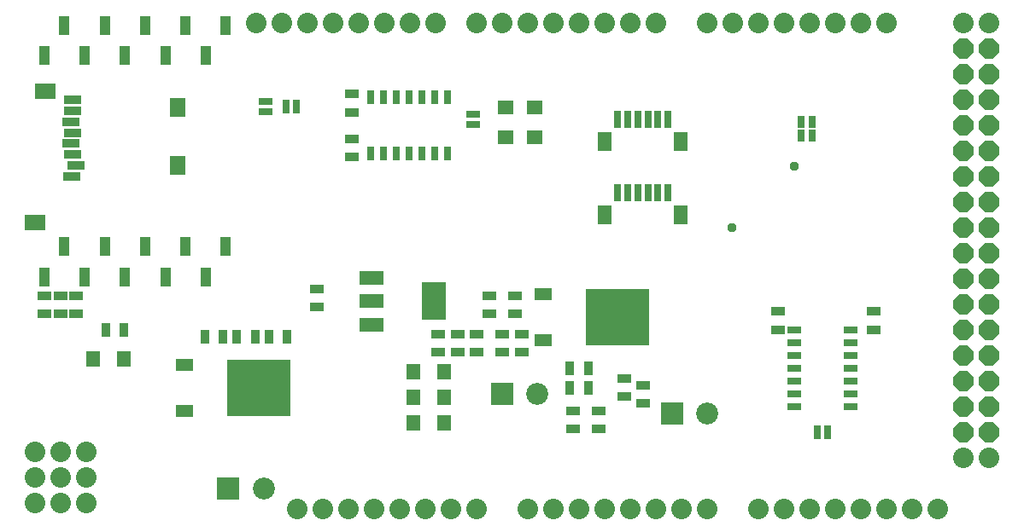
<source format=gts>
G75*
%MOIN*%
%OFA0B0*%
%FSLAX25Y25*%
%IPPOS*%
%LPD*%
%AMOC8*
5,1,8,0,0,1.08239X$1,22.5*
%
%ADD10R,0.03946X0.07293*%
%ADD11C,0.08000*%
%ADD12OC8,0.08000*%
%ADD13R,0.25009X0.21860*%
%ADD14R,0.06899X0.04537*%
%ADD15R,0.09400X0.05400*%
%ADD16R,0.09261X0.14773*%
%ADD17R,0.05324X0.03750*%
%ADD18R,0.03750X0.05324*%
%ADD19R,0.05324X0.06112*%
%ADD20R,0.03100X0.05600*%
%ADD21R,0.05600X0.03100*%
%ADD22R,0.06112X0.05324*%
%ADD23C,0.03750*%
%ADD24R,0.08600X0.08600*%
%ADD25C,0.08600*%
%ADD26R,0.03100X0.05100*%
%ADD27R,0.02962X0.06702*%
%ADD28R,0.05324X0.07687*%
%ADD29R,0.05324X0.02962*%
%ADD30R,0.02962X0.05324*%
%ADD31R,0.06112X0.07687*%
%ADD32R,0.08080X0.06112*%
%ADD33R,0.06506X0.03750*%
D10*
X0031321Y0105787D03*
X0047069Y0105787D03*
X0062817Y0105787D03*
X0078565Y0105787D03*
X0094313Y0105787D03*
X0086439Y0117598D03*
X0070691Y0117598D03*
X0054943Y0117598D03*
X0039195Y0117598D03*
X0102187Y0117598D03*
X0094313Y0192402D03*
X0078565Y0192402D03*
X0062817Y0192402D03*
X0047069Y0192402D03*
X0031321Y0192402D03*
X0039195Y0204213D03*
X0054943Y0204213D03*
X0070691Y0204213D03*
X0086439Y0204213D03*
X0102187Y0204213D03*
D11*
X0027561Y0017500D03*
X0037561Y0017500D03*
X0047561Y0017500D03*
X0047561Y0027500D03*
X0037561Y0027500D03*
X0027561Y0027500D03*
X0027561Y0037500D03*
X0037561Y0037500D03*
X0047561Y0037500D03*
X0130061Y0015000D03*
X0140061Y0015000D03*
X0150061Y0015000D03*
X0160061Y0015000D03*
X0170061Y0015000D03*
X0180061Y0015000D03*
X0190061Y0015000D03*
X0200061Y0015000D03*
X0220061Y0015000D03*
X0230061Y0015000D03*
X0240061Y0015000D03*
X0250061Y0015000D03*
X0260061Y0015000D03*
X0270061Y0015000D03*
X0280061Y0015000D03*
X0290061Y0015000D03*
X0310061Y0015000D03*
X0320061Y0015000D03*
X0330061Y0015000D03*
X0340061Y0015000D03*
X0350061Y0015000D03*
X0360061Y0015000D03*
X0370061Y0015000D03*
X0380061Y0015000D03*
X0390061Y0035000D03*
X0400061Y0035000D03*
X0400061Y0205000D03*
X0390061Y0205000D03*
X0360061Y0205000D03*
X0350061Y0205000D03*
X0340061Y0205000D03*
X0330061Y0205000D03*
X0320061Y0205000D03*
X0310061Y0205000D03*
X0300061Y0205000D03*
X0290061Y0205000D03*
X0270061Y0205000D03*
X0260061Y0205000D03*
X0250061Y0205000D03*
X0240061Y0205000D03*
X0230061Y0205000D03*
X0220061Y0205000D03*
X0210061Y0205000D03*
X0200061Y0205000D03*
X0184061Y0205000D03*
X0174061Y0205000D03*
X0164061Y0205000D03*
X0154061Y0205000D03*
X0144061Y0205000D03*
X0134061Y0205000D03*
X0124061Y0205000D03*
X0114061Y0205000D03*
D12*
X0390061Y0195000D03*
X0400061Y0195000D03*
X0400061Y0185000D03*
X0390061Y0185000D03*
X0390061Y0175000D03*
X0400061Y0175000D03*
X0400061Y0165000D03*
X0390061Y0165000D03*
X0390061Y0155000D03*
X0400061Y0155000D03*
X0400061Y0145000D03*
X0390061Y0145000D03*
X0390061Y0135000D03*
X0400061Y0135000D03*
X0400061Y0125000D03*
X0390061Y0125000D03*
X0390061Y0115000D03*
X0400061Y0115000D03*
X0400061Y0105000D03*
X0390061Y0105000D03*
X0390061Y0095000D03*
X0400061Y0095000D03*
X0400061Y0085000D03*
X0390061Y0085000D03*
X0390061Y0075000D03*
X0400061Y0075000D03*
X0400061Y0065000D03*
X0390061Y0065000D03*
X0390061Y0055000D03*
X0400061Y0055000D03*
X0400061Y0045000D03*
X0390061Y0045000D03*
D13*
X0254904Y0090000D03*
X0114904Y0062500D03*
D14*
X0086164Y0053524D03*
X0086164Y0071476D03*
X0226164Y0081024D03*
X0226164Y0098976D03*
D15*
X0159111Y0096250D03*
X0159111Y0087150D03*
X0159111Y0105350D03*
D16*
X0183512Y0096250D03*
D17*
X0205061Y0098543D03*
X0205061Y0091457D03*
X0215061Y0091457D03*
X0215061Y0098543D03*
X0217561Y0083543D03*
X0210061Y0083543D03*
X0200061Y0083543D03*
X0192561Y0083543D03*
X0185061Y0083543D03*
X0185061Y0076457D03*
X0192561Y0076457D03*
X0200061Y0076457D03*
X0210061Y0076457D03*
X0217561Y0076457D03*
X0257561Y0066043D03*
X0265061Y0063543D03*
X0257561Y0058957D03*
X0265061Y0056457D03*
X0247561Y0053543D03*
X0237561Y0053543D03*
X0237561Y0046457D03*
X0247561Y0046457D03*
X0317561Y0085207D03*
X0317561Y0092293D03*
X0355061Y0092293D03*
X0355061Y0085207D03*
X0151311Y0152707D03*
X0151311Y0159793D03*
X0151311Y0170207D03*
X0151311Y0177293D03*
X0137561Y0101043D03*
X0137561Y0093957D03*
X0043811Y0091457D03*
X0037561Y0091457D03*
X0031311Y0091457D03*
X0031311Y0098543D03*
X0037561Y0098543D03*
X0043811Y0098543D03*
D18*
X0055268Y0085000D03*
X0062355Y0085000D03*
X0094018Y0082500D03*
X0101105Y0082500D03*
X0106518Y0082500D03*
X0113605Y0082500D03*
X0119018Y0082500D03*
X0126105Y0082500D03*
X0236518Y0070000D03*
X0243605Y0070000D03*
X0243605Y0062500D03*
X0236518Y0062500D03*
D19*
X0187217Y0058750D03*
X0175406Y0058750D03*
X0175406Y0068750D03*
X0187217Y0068750D03*
X0187217Y0048750D03*
X0175406Y0048750D03*
X0062217Y0073750D03*
X0050406Y0073750D03*
D20*
X0125561Y0172500D03*
X0129561Y0172500D03*
X0333061Y0045000D03*
X0337061Y0045000D03*
D21*
X0198811Y0165500D03*
X0198811Y0169500D03*
X0117561Y0170500D03*
X0117561Y0174500D03*
D22*
X0211311Y0172156D03*
X0222561Y0172156D03*
X0222561Y0160344D03*
X0211311Y0160344D03*
D23*
X0299707Y0124892D03*
X0323920Y0149104D03*
D24*
X0210061Y0060000D03*
X0276311Y0052500D03*
X0103186Y0023125D03*
D25*
X0116966Y0023125D03*
X0223841Y0060000D03*
X0290091Y0052500D03*
D26*
X0326561Y0161000D03*
X0331061Y0161000D03*
X0331061Y0166500D03*
X0326561Y0166500D03*
D27*
X0274746Y0167500D03*
X0270809Y0167500D03*
X0266872Y0167500D03*
X0262935Y0167500D03*
X0258998Y0167500D03*
X0255061Y0167500D03*
X0255061Y0138750D03*
X0258998Y0138750D03*
X0262935Y0138750D03*
X0266872Y0138750D03*
X0270809Y0138750D03*
X0274746Y0138750D03*
D28*
X0279865Y0129990D03*
X0249943Y0129990D03*
X0249943Y0158740D03*
X0279865Y0158740D03*
D29*
X0324038Y0085000D03*
X0324038Y0080000D03*
X0324038Y0075000D03*
X0324038Y0070000D03*
X0324038Y0065000D03*
X0324038Y0060000D03*
X0324038Y0055000D03*
X0346085Y0055000D03*
X0346085Y0060000D03*
X0346085Y0065000D03*
X0346085Y0070000D03*
X0346085Y0075000D03*
X0346085Y0080000D03*
X0346085Y0085000D03*
D30*
X0188811Y0153976D03*
X0183811Y0153976D03*
X0178811Y0153976D03*
X0173811Y0153976D03*
X0168811Y0153976D03*
X0163811Y0153976D03*
X0158811Y0153976D03*
X0158811Y0176024D03*
X0163811Y0176024D03*
X0168811Y0176024D03*
X0173811Y0176024D03*
X0178811Y0176024D03*
X0183811Y0176024D03*
X0188811Y0176024D03*
D31*
X0083487Y0171929D03*
X0083487Y0149488D03*
D32*
X0031715Y0178228D03*
X0027778Y0126957D03*
D33*
X0042072Y0145062D03*
X0043646Y0149479D03*
X0042331Y0153637D03*
X0041824Y0157939D03*
X0042431Y0162090D03*
X0041860Y0166493D03*
X0042467Y0170859D03*
X0042467Y0175082D03*
M02*

</source>
